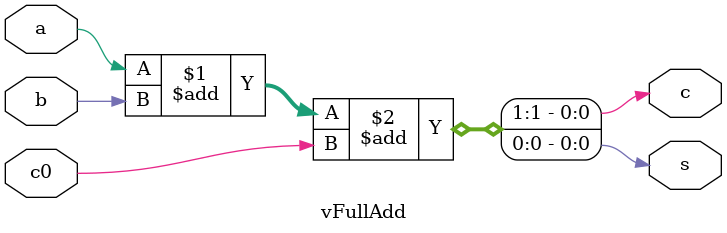
<source format=v>
module vFullAdd(
	input a,
	input b,
	input c0,
	output s,
	output c
	);
	
	assign {c,s} = a + b + c0;
	
endmodule

</source>
